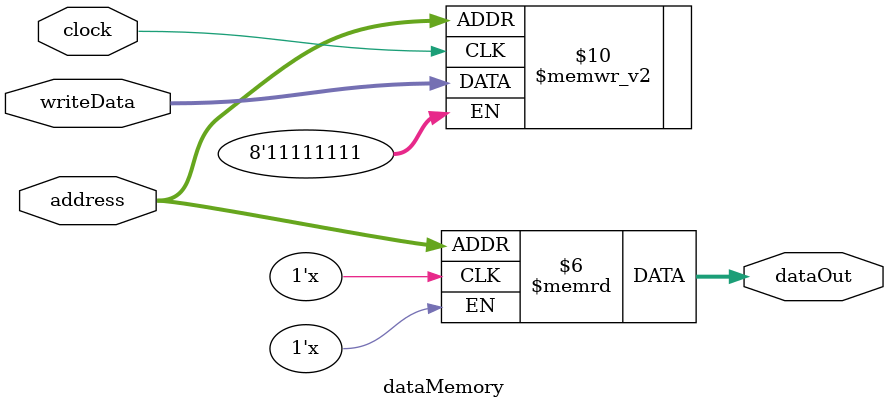
<source format=v>
`timescale 1ns / 1ps


module dataMemory(clock, address, writeData, dataOut);

input clock; 
input [7:0] address;
input [7:0] writeData;
output [7:0] dataOut; 
reg [7:0] dataMemory [0:255];

always@(posedge clock)
begin
 dataMemory[address] <= writeData;
end

assign  dataOut = dataMemory[address];
endmodule

</source>
